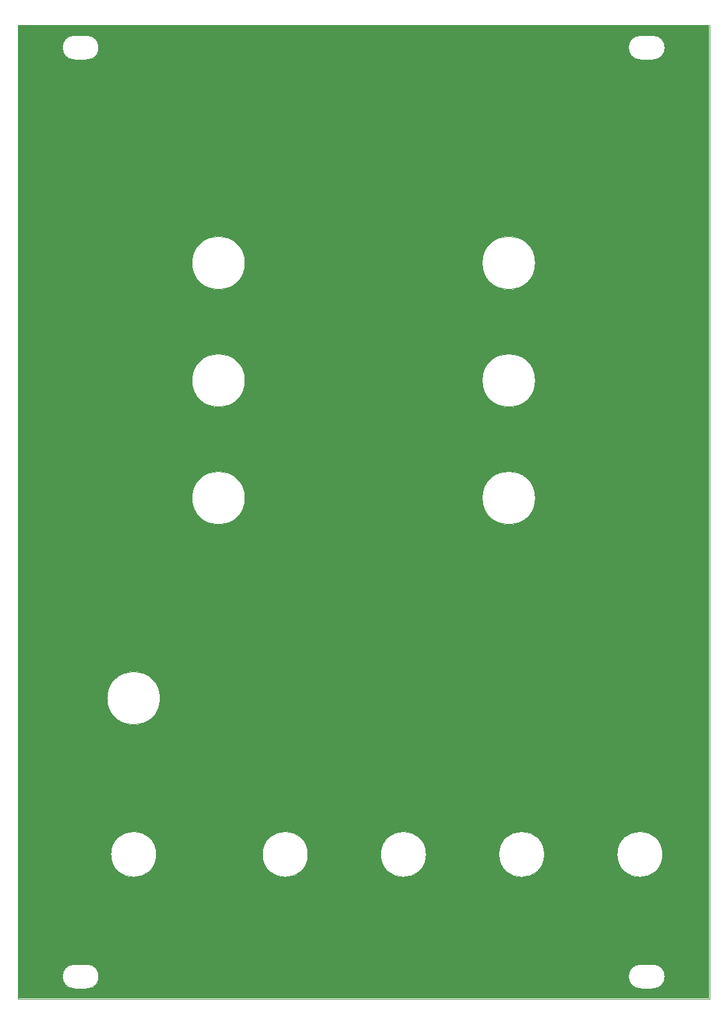
<source format=gbr>
%TF.GenerationSoftware,KiCad,Pcbnew,(6.0.1)*%
%TF.CreationDate,2022-08-28T22:10:02+02:00*%
%TF.ProjectId,pannel - copia (3),70616e6e-656c-4202-9d20-636f70696120,rev?*%
%TF.SameCoordinates,Original*%
%TF.FileFunction,Copper,L1,Top*%
%TF.FilePolarity,Positive*%
%FSLAX46Y46*%
G04 Gerber Fmt 4.6, Leading zero omitted, Abs format (unit mm)*
G04 Created by KiCad (PCBNEW (6.0.1)) date 2022-08-28 22:10:02*
%MOMM*%
%LPD*%
G01*
G04 APERTURE LIST*
%TA.AperFunction,Profile*%
%ADD10C,0.100000*%
%TD*%
G04 APERTURE END LIST*
D10*
X123800000Y-39600000D02*
G75*
G03*
X123800000Y-36400000I0J1600000D01*
G01*
X108300000Y-97400000D02*
G75*
G03*
X108300000Y-97400000I-3500000J0D01*
G01*
X93900000Y-144400000D02*
G75*
G03*
X93900000Y-144400000I-3000000J0D01*
G01*
X122200000Y-36400000D02*
G75*
G03*
X122200000Y-39600000I0J-1600000D01*
G01*
X122200000Y-158900000D02*
G75*
G03*
X122200000Y-162100000I0J-1600000D01*
G01*
X125100000Y-144400000D02*
G75*
G03*
X125100000Y-144400000I-3000000J0D01*
G01*
X58300000Y-144400000D02*
G75*
G03*
X58300000Y-144400000I-3000000J0D01*
G01*
X123800000Y-162100000D02*
G75*
G03*
X123800000Y-158900000I0J1600000D01*
G01*
X47500000Y-158900000D02*
X49100000Y-158900000D01*
X122200000Y-36400000D02*
X123800000Y-36400000D01*
X131300000Y-35000000D02*
X131300000Y-163500000D01*
X122200000Y-39600000D02*
X123800000Y-39600000D01*
X47500000Y-36400000D02*
G75*
G03*
X47500000Y-39600000I0J-1600000D01*
G01*
X70000000Y-81900000D02*
G75*
G03*
X70000000Y-81900000I-3500000J0D01*
G01*
X47500000Y-158900000D02*
G75*
G03*
X47500000Y-162100000I0J-1600000D01*
G01*
X109500000Y-144400000D02*
G75*
G03*
X109500000Y-144400000I-3000000J0D01*
G01*
X49100000Y-162100000D02*
G75*
G03*
X49100000Y-158900000I0J1600000D01*
G01*
X70000000Y-97400000D02*
G75*
G03*
X70000000Y-97400000I-3500000J0D01*
G01*
X122200000Y-162100000D02*
X123800000Y-162100000D01*
X108300000Y-66400000D02*
G75*
G03*
X108300000Y-66400000I-3500000J0D01*
G01*
X70000000Y-66400000D02*
G75*
G03*
X70000000Y-66400000I-3500000J0D01*
G01*
X123800000Y-158900000D02*
X122200000Y-158900000D01*
X40000000Y-163500000D02*
X40000000Y-35000000D01*
X47500000Y-36400000D02*
X49100000Y-36400000D01*
X131300000Y-163500000D02*
X40000000Y-163500000D01*
X78300000Y-144400000D02*
G75*
G03*
X78300000Y-144400000I-3000000J0D01*
G01*
X58800000Y-123800000D02*
G75*
G03*
X58800000Y-123800000I-3500000J0D01*
G01*
X47500000Y-39600000D02*
X49100000Y-39600000D01*
X47500000Y-162100000D02*
X49100000Y-162100000D01*
X108300000Y-81900000D02*
G75*
G03*
X108300000Y-81900000I-3500000J0D01*
G01*
X40000000Y-35000000D02*
X131300000Y-35000000D01*
X49100000Y-39600000D02*
G75*
G03*
X49100000Y-36400000I0J1600000D01*
G01*
%TA.AperFunction,NonConductor*%
G36*
X131157121Y-35105002D02*
G01*
X131203614Y-35158658D01*
X131215000Y-35211000D01*
X131215000Y-163289000D01*
X131194998Y-163357121D01*
X131141342Y-163403614D01*
X131089000Y-163415000D01*
X40211000Y-163415000D01*
X40142879Y-163394998D01*
X40096386Y-163341342D01*
X40085000Y-163289000D01*
X40085000Y-160620653D01*
X45890000Y-160620653D01*
X45890703Y-160625314D01*
X45925142Y-160853808D01*
X45925964Y-160859263D01*
X45997090Y-161089849D01*
X46101789Y-161307258D01*
X46104444Y-161311152D01*
X46104445Y-161311154D01*
X46235060Y-161502732D01*
X46235065Y-161502738D01*
X46237721Y-161506634D01*
X46401851Y-161683523D01*
X46405529Y-161686456D01*
X46405531Y-161686458D01*
X46586830Y-161831040D01*
X46586834Y-161831043D01*
X46590511Y-161833975D01*
X46594587Y-161836328D01*
X46594591Y-161836331D01*
X46700349Y-161897390D01*
X46799488Y-161954628D01*
X47024113Y-162042787D01*
X47028705Y-162043835D01*
X47028708Y-162043836D01*
X47230417Y-162089874D01*
X47259369Y-162096482D01*
X47264062Y-162096834D01*
X47264064Y-162096834D01*
X47358903Y-162103941D01*
X47500000Y-162114515D01*
X47500000Y-162111062D01*
X47510039Y-162110000D01*
X49086115Y-162110000D01*
X49100000Y-162111231D01*
X49100000Y-162114515D01*
X49256016Y-162102823D01*
X49335936Y-162096834D01*
X49335938Y-162096834D01*
X49340631Y-162096482D01*
X49369583Y-162089874D01*
X49571292Y-162043836D01*
X49571295Y-162043835D01*
X49575887Y-162042787D01*
X49800512Y-161954628D01*
X49899651Y-161897390D01*
X50005409Y-161836331D01*
X50005413Y-161836328D01*
X50009489Y-161833975D01*
X50013166Y-161831043D01*
X50013170Y-161831040D01*
X50194469Y-161686458D01*
X50194471Y-161686456D01*
X50198149Y-161683523D01*
X50362279Y-161506634D01*
X50364935Y-161502738D01*
X50364940Y-161502732D01*
X50495555Y-161311154D01*
X50495556Y-161311152D01*
X50498211Y-161307258D01*
X50602910Y-161089849D01*
X50674036Y-160859263D01*
X50674859Y-160853808D01*
X50709297Y-160625314D01*
X50710000Y-160620653D01*
X120590000Y-160620653D01*
X120590703Y-160625314D01*
X120625142Y-160853808D01*
X120625964Y-160859263D01*
X120697090Y-161089849D01*
X120801789Y-161307258D01*
X120804444Y-161311152D01*
X120804445Y-161311154D01*
X120935060Y-161502732D01*
X120935065Y-161502738D01*
X120937721Y-161506634D01*
X121101851Y-161683523D01*
X121105529Y-161686456D01*
X121105531Y-161686458D01*
X121286830Y-161831040D01*
X121286834Y-161831043D01*
X121290511Y-161833975D01*
X121294587Y-161836328D01*
X121294591Y-161836331D01*
X121400349Y-161897390D01*
X121499488Y-161954628D01*
X121724113Y-162042787D01*
X121728705Y-162043835D01*
X121728708Y-162043836D01*
X121930417Y-162089874D01*
X121959369Y-162096482D01*
X121964062Y-162096834D01*
X121964064Y-162096834D01*
X122058903Y-162103941D01*
X122200000Y-162114515D01*
X122200000Y-162111062D01*
X122210039Y-162110000D01*
X123786115Y-162110000D01*
X123800000Y-162111231D01*
X123800000Y-162114515D01*
X123956016Y-162102823D01*
X124035936Y-162096834D01*
X124035938Y-162096834D01*
X124040631Y-162096482D01*
X124069583Y-162089874D01*
X124271292Y-162043836D01*
X124271295Y-162043835D01*
X124275887Y-162042787D01*
X124500512Y-161954628D01*
X124599651Y-161897390D01*
X124705409Y-161836331D01*
X124705413Y-161836328D01*
X124709489Y-161833975D01*
X124713166Y-161831043D01*
X124713170Y-161831040D01*
X124894469Y-161686458D01*
X124894471Y-161686456D01*
X124898149Y-161683523D01*
X125062279Y-161506634D01*
X125064935Y-161502738D01*
X125064940Y-161502732D01*
X125195555Y-161311154D01*
X125195556Y-161311152D01*
X125198211Y-161307258D01*
X125302910Y-161089849D01*
X125374036Y-160859263D01*
X125374859Y-160853808D01*
X125409297Y-160625314D01*
X125410000Y-160620653D01*
X125410000Y-160379347D01*
X125390107Y-160247362D01*
X125374738Y-160145392D01*
X125374737Y-160145387D01*
X125374036Y-160140737D01*
X125302910Y-159910151D01*
X125198211Y-159692743D01*
X125062279Y-159493366D01*
X124898149Y-159316477D01*
X124734888Y-159186280D01*
X124713170Y-159168960D01*
X124713166Y-159168957D01*
X124709489Y-159166025D01*
X124705413Y-159163672D01*
X124705409Y-159163669D01*
X124599651Y-159102610D01*
X124500512Y-159045372D01*
X124275887Y-158957213D01*
X124271295Y-158956165D01*
X124271292Y-158956164D01*
X124045223Y-158904566D01*
X124045222Y-158904566D01*
X124040631Y-158903518D01*
X124035938Y-158903166D01*
X124035936Y-158903166D01*
X123941097Y-158896059D01*
X123800000Y-158885485D01*
X123800000Y-158888938D01*
X123789961Y-158890000D01*
X122213885Y-158890000D01*
X122200000Y-158888769D01*
X122200000Y-158885485D01*
X122043984Y-158897177D01*
X121964064Y-158903166D01*
X121964062Y-158903166D01*
X121959369Y-158903518D01*
X121954778Y-158904566D01*
X121954777Y-158904566D01*
X121728708Y-158956164D01*
X121728705Y-158956165D01*
X121724113Y-158957213D01*
X121499488Y-159045372D01*
X121400349Y-159102610D01*
X121294591Y-159163669D01*
X121294587Y-159163672D01*
X121290511Y-159166025D01*
X121286834Y-159168957D01*
X121286830Y-159168960D01*
X121265112Y-159186280D01*
X121101851Y-159316477D01*
X120937721Y-159493366D01*
X120801789Y-159692743D01*
X120697090Y-159910151D01*
X120625964Y-160140737D01*
X120625263Y-160145387D01*
X120625262Y-160145392D01*
X120609893Y-160247362D01*
X120590000Y-160379347D01*
X120590000Y-160620653D01*
X50710000Y-160620653D01*
X50710000Y-160379347D01*
X50690107Y-160247362D01*
X50674738Y-160145392D01*
X50674737Y-160145387D01*
X50674036Y-160140737D01*
X50602910Y-159910151D01*
X50498211Y-159692743D01*
X50362279Y-159493366D01*
X50198149Y-159316477D01*
X50034888Y-159186280D01*
X50013170Y-159168960D01*
X50013166Y-159168957D01*
X50009489Y-159166025D01*
X50005413Y-159163672D01*
X50005409Y-159163669D01*
X49899651Y-159102610D01*
X49800512Y-159045372D01*
X49575887Y-158957213D01*
X49571295Y-158956165D01*
X49571292Y-158956164D01*
X49345223Y-158904566D01*
X49345222Y-158904566D01*
X49340631Y-158903518D01*
X49335938Y-158903166D01*
X49335936Y-158903166D01*
X49241097Y-158896059D01*
X49100000Y-158885485D01*
X49100000Y-158888938D01*
X49089961Y-158890000D01*
X47513885Y-158890000D01*
X47500000Y-158888769D01*
X47500000Y-158885485D01*
X47343984Y-158897177D01*
X47264064Y-158903166D01*
X47264062Y-158903166D01*
X47259369Y-158903518D01*
X47254778Y-158904566D01*
X47254777Y-158904566D01*
X47028708Y-158956164D01*
X47028705Y-158956165D01*
X47024113Y-158957213D01*
X46799488Y-159045372D01*
X46700349Y-159102610D01*
X46594591Y-159163669D01*
X46594587Y-159163672D01*
X46590511Y-159166025D01*
X46586834Y-159168957D01*
X46586830Y-159168960D01*
X46565112Y-159186280D01*
X46401851Y-159316477D01*
X46237721Y-159493366D01*
X46101789Y-159692743D01*
X45997090Y-159910151D01*
X45925964Y-160140737D01*
X45925263Y-160145387D01*
X45925262Y-160145392D01*
X45909893Y-160247362D01*
X45890000Y-160379347D01*
X45890000Y-160620653D01*
X40085000Y-160620653D01*
X40085000Y-144305293D01*
X52286387Y-144305293D01*
X52286408Y-144306082D01*
X52295473Y-144652297D01*
X52344383Y-144995957D01*
X52432469Y-145331717D01*
X52558561Y-145655129D01*
X52720990Y-145961904D01*
X52723047Y-145964897D01*
X52915546Y-146244985D01*
X52915552Y-146244992D01*
X52917603Y-146247977D01*
X52919991Y-146250714D01*
X53106034Y-146463979D01*
X53145793Y-146509556D01*
X53402535Y-146743174D01*
X53405477Y-146745288D01*
X53681477Y-146943614D01*
X53681483Y-146943618D01*
X53684428Y-146945734D01*
X53987734Y-147114552D01*
X54308434Y-147247390D01*
X54311928Y-147248385D01*
X54311930Y-147248386D01*
X54638775Y-147341491D01*
X54638780Y-147341492D01*
X54642276Y-147342488D01*
X54832389Y-147373620D01*
X54981255Y-147397998D01*
X54981262Y-147397999D01*
X54984836Y-147398584D01*
X55158204Y-147406760D01*
X55327946Y-147414765D01*
X55327947Y-147414765D01*
X55331573Y-147414936D01*
X55339548Y-147414392D01*
X55674260Y-147391574D01*
X55674267Y-147391573D01*
X55677892Y-147391326D01*
X55681468Y-147390663D01*
X55681470Y-147390663D01*
X56015637Y-147328729D01*
X56015641Y-147328728D01*
X56019202Y-147328068D01*
X56350980Y-147226000D01*
X56404576Y-147202473D01*
X56665495Y-147087938D01*
X56665500Y-147087935D01*
X56668827Y-147086475D01*
X56968531Y-146911342D01*
X57189694Y-146745288D01*
X57243213Y-146705105D01*
X57243217Y-146705102D01*
X57246120Y-146702922D01*
X57497914Y-146463979D01*
X57720576Y-146197678D01*
X57730407Y-146182712D01*
X57909167Y-145910576D01*
X57909172Y-145910567D01*
X57911154Y-145907550D01*
X57989138Y-145752496D01*
X58065496Y-145600677D01*
X58065499Y-145600669D01*
X58067123Y-145597441D01*
X58164364Y-145331717D01*
X58185167Y-145274871D01*
X58185168Y-145274867D01*
X58186415Y-145271460D01*
X58187260Y-145267938D01*
X58187263Y-145267930D01*
X58266602Y-144937457D01*
X58266603Y-144937453D01*
X58267449Y-144933928D01*
X58267987Y-144929483D01*
X58308815Y-144592099D01*
X58308815Y-144592092D01*
X58309151Y-144589320D01*
X58315101Y-144400000D01*
X58309640Y-144305293D01*
X72286387Y-144305293D01*
X72286408Y-144306082D01*
X72295473Y-144652297D01*
X72344383Y-144995957D01*
X72432469Y-145331717D01*
X72558561Y-145655129D01*
X72720990Y-145961904D01*
X72723047Y-145964897D01*
X72915546Y-146244985D01*
X72915552Y-146244992D01*
X72917603Y-146247977D01*
X72919991Y-146250714D01*
X73106034Y-146463979D01*
X73145793Y-146509556D01*
X73402535Y-146743174D01*
X73405477Y-146745288D01*
X73681477Y-146943614D01*
X73681483Y-146943618D01*
X73684428Y-146945734D01*
X73987734Y-147114552D01*
X74308434Y-147247390D01*
X74311928Y-147248385D01*
X74311930Y-147248386D01*
X74638775Y-147341491D01*
X74638780Y-147341492D01*
X74642276Y-147342488D01*
X74832389Y-147373620D01*
X74981255Y-147397998D01*
X74981262Y-147397999D01*
X74984836Y-147398584D01*
X75158204Y-147406760D01*
X75327946Y-147414765D01*
X75327947Y-147414765D01*
X75331573Y-147414936D01*
X75339548Y-147414392D01*
X75674260Y-147391574D01*
X75674267Y-147391573D01*
X75677892Y-147391326D01*
X75681468Y-147390663D01*
X75681470Y-147390663D01*
X76015637Y-147328729D01*
X76015641Y-147328728D01*
X76019202Y-147328068D01*
X76350980Y-147226000D01*
X76404576Y-147202473D01*
X76665495Y-147087938D01*
X76665500Y-147087935D01*
X76668827Y-147086475D01*
X76968531Y-146911342D01*
X77189694Y-146745288D01*
X77243213Y-146705105D01*
X77243217Y-146705102D01*
X77246120Y-146702922D01*
X77497914Y-146463979D01*
X77720576Y-146197678D01*
X77730407Y-146182712D01*
X77909167Y-145910576D01*
X77909172Y-145910567D01*
X77911154Y-145907550D01*
X77989138Y-145752496D01*
X78065496Y-145600677D01*
X78065499Y-145600669D01*
X78067123Y-145597441D01*
X78164364Y-145331717D01*
X78185167Y-145274871D01*
X78185168Y-145274867D01*
X78186415Y-145271460D01*
X78187260Y-145267938D01*
X78187263Y-145267930D01*
X78266602Y-144937457D01*
X78266603Y-144937453D01*
X78267449Y-144933928D01*
X78267987Y-144929483D01*
X78308815Y-144592099D01*
X78308815Y-144592092D01*
X78309151Y-144589320D01*
X78315101Y-144400000D01*
X78309640Y-144305293D01*
X87886387Y-144305293D01*
X87886408Y-144306082D01*
X87895473Y-144652297D01*
X87944383Y-144995957D01*
X88032469Y-145331717D01*
X88158561Y-145655129D01*
X88320990Y-145961904D01*
X88323047Y-145964897D01*
X88515546Y-146244985D01*
X88515552Y-146244992D01*
X88517603Y-146247977D01*
X88519991Y-146250714D01*
X88706034Y-146463979D01*
X88745793Y-146509556D01*
X89002535Y-146743174D01*
X89005477Y-146745288D01*
X89281477Y-146943614D01*
X89281483Y-146943618D01*
X89284428Y-146945734D01*
X89587734Y-147114552D01*
X89908434Y-147247390D01*
X89911928Y-147248385D01*
X89911930Y-147248386D01*
X90238775Y-147341491D01*
X90238780Y-147341492D01*
X90242276Y-147342488D01*
X90432389Y-147373620D01*
X90581255Y-147397998D01*
X90581262Y-147397999D01*
X90584836Y-147398584D01*
X90758204Y-147406760D01*
X90927946Y-147414765D01*
X90927947Y-147414765D01*
X90931573Y-147414936D01*
X90939548Y-147414392D01*
X91274260Y-147391574D01*
X91274267Y-147391573D01*
X91277892Y-147391326D01*
X91281468Y-147390663D01*
X91281470Y-147390663D01*
X91615637Y-147328729D01*
X91615641Y-147328728D01*
X91619202Y-147328068D01*
X91950980Y-147226000D01*
X92004576Y-147202473D01*
X92265495Y-147087938D01*
X92265500Y-147087935D01*
X92268827Y-147086475D01*
X92568531Y-146911342D01*
X92789694Y-146745288D01*
X92843213Y-146705105D01*
X92843217Y-146705102D01*
X92846120Y-146702922D01*
X93097914Y-146463979D01*
X93320576Y-146197678D01*
X93330407Y-146182712D01*
X93509167Y-145910576D01*
X93509172Y-145910567D01*
X93511154Y-145907550D01*
X93589138Y-145752496D01*
X93665496Y-145600677D01*
X93665499Y-145600669D01*
X93667123Y-145597441D01*
X93764364Y-145331717D01*
X93785167Y-145274871D01*
X93785168Y-145274867D01*
X93786415Y-145271460D01*
X93787260Y-145267938D01*
X93787263Y-145267930D01*
X93866602Y-144937457D01*
X93866603Y-144937453D01*
X93867449Y-144933928D01*
X93867987Y-144929483D01*
X93908815Y-144592099D01*
X93908815Y-144592092D01*
X93909151Y-144589320D01*
X93915101Y-144400000D01*
X93909640Y-144305293D01*
X103486387Y-144305293D01*
X103486408Y-144306082D01*
X103495473Y-144652297D01*
X103544383Y-144995957D01*
X103632469Y-145331717D01*
X103758561Y-145655129D01*
X103920990Y-145961904D01*
X103923047Y-145964897D01*
X104115546Y-146244985D01*
X104115552Y-146244992D01*
X104117603Y-146247977D01*
X104119991Y-146250714D01*
X104306034Y-146463979D01*
X104345793Y-146509556D01*
X104602535Y-146743174D01*
X104605477Y-146745288D01*
X104881477Y-146943614D01*
X104881483Y-146943618D01*
X104884428Y-146945734D01*
X105187734Y-147114552D01*
X105508434Y-147247390D01*
X105511928Y-147248385D01*
X105511930Y-147248386D01*
X105838775Y-147341491D01*
X105838780Y-147341492D01*
X105842276Y-147342488D01*
X106032389Y-147373620D01*
X106181255Y-147397998D01*
X106181262Y-147397999D01*
X106184836Y-147398584D01*
X106358204Y-147406760D01*
X106527946Y-147414765D01*
X106527947Y-147414765D01*
X106531573Y-147414936D01*
X106539548Y-147414392D01*
X106874260Y-147391574D01*
X106874267Y-147391573D01*
X106877892Y-147391326D01*
X106881468Y-147390663D01*
X106881470Y-147390663D01*
X107215637Y-147328729D01*
X107215641Y-147328728D01*
X107219202Y-147328068D01*
X107550980Y-147226000D01*
X107604576Y-147202473D01*
X107865495Y-147087938D01*
X107865500Y-147087935D01*
X107868827Y-147086475D01*
X108168531Y-146911342D01*
X108389694Y-146745288D01*
X108443213Y-146705105D01*
X108443217Y-146705102D01*
X108446120Y-146702922D01*
X108697914Y-146463979D01*
X108920576Y-146197678D01*
X108930407Y-146182712D01*
X109109167Y-145910576D01*
X109109172Y-145910567D01*
X109111154Y-145907550D01*
X109189138Y-145752496D01*
X109265496Y-145600677D01*
X109265499Y-145600669D01*
X109267123Y-145597441D01*
X109364364Y-145331717D01*
X109385167Y-145274871D01*
X109385168Y-145274867D01*
X109386415Y-145271460D01*
X109387260Y-145267938D01*
X109387263Y-145267930D01*
X109466602Y-144937457D01*
X109466603Y-144937453D01*
X109467449Y-144933928D01*
X109467987Y-144929483D01*
X109508815Y-144592099D01*
X109508815Y-144592092D01*
X109509151Y-144589320D01*
X109515101Y-144400000D01*
X109509640Y-144305293D01*
X119086387Y-144305293D01*
X119086408Y-144306082D01*
X119095473Y-144652297D01*
X119144383Y-144995957D01*
X119232469Y-145331717D01*
X119358561Y-145655129D01*
X119520990Y-145961904D01*
X119523047Y-145964897D01*
X119715546Y-146244985D01*
X119715552Y-146244992D01*
X119717603Y-146247977D01*
X119719991Y-146250714D01*
X119906034Y-146463979D01*
X119945793Y-146509556D01*
X120202535Y-146743174D01*
X120205477Y-146745288D01*
X120481477Y-146943614D01*
X120481483Y-146943618D01*
X120484428Y-146945734D01*
X120787734Y-147114552D01*
X121108434Y-147247390D01*
X121111928Y-147248385D01*
X121111930Y-147248386D01*
X121438775Y-147341491D01*
X121438780Y-147341492D01*
X121442276Y-147342488D01*
X121632389Y-147373620D01*
X121781255Y-147397998D01*
X121781262Y-147397999D01*
X121784836Y-147398584D01*
X121958204Y-147406760D01*
X122127946Y-147414765D01*
X122127947Y-147414765D01*
X122131573Y-147414936D01*
X122139548Y-147414392D01*
X122474260Y-147391574D01*
X122474267Y-147391573D01*
X122477892Y-147391326D01*
X122481468Y-147390663D01*
X122481470Y-147390663D01*
X122815637Y-147328729D01*
X122815641Y-147328728D01*
X122819202Y-147328068D01*
X123150980Y-147226000D01*
X123204576Y-147202473D01*
X123465495Y-147087938D01*
X123465500Y-147087935D01*
X123468827Y-147086475D01*
X123768531Y-146911342D01*
X123989694Y-146745288D01*
X124043213Y-146705105D01*
X124043217Y-146705102D01*
X124046120Y-146702922D01*
X124297914Y-146463979D01*
X124520576Y-146197678D01*
X124530407Y-146182712D01*
X124709167Y-145910576D01*
X124709172Y-145910567D01*
X124711154Y-145907550D01*
X124789138Y-145752496D01*
X124865496Y-145600677D01*
X124865499Y-145600669D01*
X124867123Y-145597441D01*
X124964364Y-145331717D01*
X124985167Y-145274871D01*
X124985168Y-145274867D01*
X124986415Y-145271460D01*
X124987260Y-145267938D01*
X124987263Y-145267930D01*
X125066602Y-144937457D01*
X125066603Y-144937453D01*
X125067449Y-144933928D01*
X125067987Y-144929483D01*
X125108815Y-144592099D01*
X125108815Y-144592092D01*
X125109151Y-144589320D01*
X125115101Y-144400000D01*
X125109640Y-144305293D01*
X125095328Y-144057073D01*
X125095327Y-144057068D01*
X125095119Y-144053453D01*
X125078110Y-143955995D01*
X125036063Y-143715072D01*
X125036061Y-143715065D01*
X125035439Y-143711499D01*
X125009282Y-143623192D01*
X124978643Y-143519759D01*
X124936851Y-143378671D01*
X124800661Y-143059380D01*
X124754523Y-142978490D01*
X124630467Y-142760998D01*
X124628676Y-142757858D01*
X124568828Y-142676384D01*
X124425318Y-142481019D01*
X124425316Y-142481016D01*
X124423175Y-142478102D01*
X124186882Y-142223820D01*
X123922927Y-141998382D01*
X123634811Y-141804776D01*
X123326352Y-141645568D01*
X123001638Y-141522869D01*
X122998117Y-141521985D01*
X122998112Y-141521983D01*
X122836752Y-141481452D01*
X122664974Y-141438305D01*
X122640572Y-141435092D01*
X122324425Y-141393470D01*
X122324417Y-141393469D01*
X122320821Y-141392996D01*
X122177299Y-141390742D01*
X121977383Y-141387601D01*
X121977379Y-141387601D01*
X121973741Y-141387544D01*
X121970127Y-141387905D01*
X121970121Y-141387905D01*
X121726073Y-141412264D01*
X121628334Y-141422020D01*
X121289180Y-141495968D01*
X121285753Y-141497141D01*
X121285747Y-141497143D01*
X120964203Y-141607232D01*
X120964198Y-141607234D01*
X120960772Y-141608407D01*
X120957504Y-141609966D01*
X120957496Y-141609969D01*
X120834786Y-141668499D01*
X120647464Y-141757847D01*
X120353409Y-141942307D01*
X120350575Y-141944577D01*
X120350570Y-141944581D01*
X120258459Y-142018376D01*
X120082504Y-142159343D01*
X119838339Y-142406078D01*
X119624152Y-142679241D01*
X119442781Y-142975212D01*
X119296630Y-143290067D01*
X119295490Y-143293514D01*
X119268433Y-143375328D01*
X119187636Y-143619634D01*
X119186900Y-143623189D01*
X119186899Y-143623192D01*
X119169333Y-143708017D01*
X119117244Y-143959545D01*
X119086387Y-144305293D01*
X109509640Y-144305293D01*
X109495328Y-144057073D01*
X109495327Y-144057068D01*
X109495119Y-144053453D01*
X109478110Y-143955995D01*
X109436063Y-143715072D01*
X109436061Y-143715065D01*
X109435439Y-143711499D01*
X109409282Y-143623192D01*
X109378643Y-143519759D01*
X109336851Y-143378671D01*
X109200661Y-143059380D01*
X109154523Y-142978490D01*
X109030467Y-142760998D01*
X109028676Y-142757858D01*
X108968828Y-142676384D01*
X108825318Y-142481019D01*
X108825316Y-142481016D01*
X108823175Y-142478102D01*
X108586882Y-142223820D01*
X108322927Y-141998382D01*
X108034811Y-141804776D01*
X107726352Y-141645568D01*
X107401638Y-141522869D01*
X107398117Y-141521985D01*
X107398112Y-141521983D01*
X107236752Y-141481452D01*
X107064974Y-141438305D01*
X107040572Y-141435092D01*
X106724425Y-141393470D01*
X106724417Y-141393469D01*
X106720821Y-141392996D01*
X106577299Y-141390742D01*
X106377383Y-141387601D01*
X106377379Y-141387601D01*
X106373741Y-141387544D01*
X106370127Y-141387905D01*
X106370121Y-141387905D01*
X106126073Y-141412264D01*
X106028334Y-141422020D01*
X105689180Y-141495968D01*
X105685753Y-141497141D01*
X105685747Y-141497143D01*
X105364203Y-141607232D01*
X105364198Y-141607234D01*
X105360772Y-141608407D01*
X105357504Y-141609966D01*
X105357496Y-141609969D01*
X105234786Y-141668499D01*
X105047464Y-141757847D01*
X104753409Y-141942307D01*
X104750575Y-141944577D01*
X104750570Y-141944581D01*
X104658459Y-142018376D01*
X104482504Y-142159343D01*
X104238339Y-142406078D01*
X104024152Y-142679241D01*
X103842781Y-142975212D01*
X103696630Y-143290067D01*
X103695490Y-143293514D01*
X103668433Y-143375328D01*
X103587636Y-143619634D01*
X103586900Y-143623189D01*
X103586899Y-143623192D01*
X103569333Y-143708017D01*
X103517244Y-143959545D01*
X103486387Y-144305293D01*
X93909640Y-144305293D01*
X93895328Y-144057073D01*
X93895327Y-144057068D01*
X93895119Y-144053453D01*
X93878110Y-143955995D01*
X93836063Y-143715072D01*
X93836061Y-143715065D01*
X93835439Y-143711499D01*
X93809282Y-143623192D01*
X93778643Y-143519759D01*
X93736851Y-143378671D01*
X93600661Y-143059380D01*
X93554523Y-142978490D01*
X93430467Y-142760998D01*
X93428676Y-142757858D01*
X93368828Y-142676384D01*
X93225318Y-142481019D01*
X93225316Y-142481016D01*
X93223175Y-142478102D01*
X92986882Y-142223820D01*
X92722927Y-141998382D01*
X92434811Y-141804776D01*
X92126352Y-141645568D01*
X91801638Y-141522869D01*
X91798117Y-141521985D01*
X91798112Y-141521983D01*
X91636752Y-141481452D01*
X91464974Y-141438305D01*
X91440572Y-141435092D01*
X91124425Y-141393470D01*
X91124417Y-141393469D01*
X91120821Y-141392996D01*
X90977299Y-141390742D01*
X90777383Y-141387601D01*
X90777379Y-141387601D01*
X90773741Y-141387544D01*
X90770127Y-141387905D01*
X90770121Y-141387905D01*
X90526073Y-141412264D01*
X90428334Y-141422020D01*
X90089180Y-141495968D01*
X90085753Y-141497141D01*
X90085747Y-141497143D01*
X89764203Y-141607232D01*
X89764198Y-141607234D01*
X89760772Y-141608407D01*
X89757504Y-141609966D01*
X89757496Y-141609969D01*
X89634786Y-141668499D01*
X89447464Y-141757847D01*
X89153409Y-141942307D01*
X89150575Y-141944577D01*
X89150570Y-141944581D01*
X89058459Y-142018376D01*
X88882504Y-142159343D01*
X88638339Y-142406078D01*
X88424152Y-142679241D01*
X88242781Y-142975212D01*
X88096630Y-143290067D01*
X88095490Y-143293514D01*
X88068433Y-143375328D01*
X87987636Y-143619634D01*
X87986900Y-143623189D01*
X87986899Y-143623192D01*
X87969333Y-143708017D01*
X87917244Y-143959545D01*
X87886387Y-144305293D01*
X78309640Y-144305293D01*
X78295328Y-144057073D01*
X78295327Y-144057068D01*
X78295119Y-144053453D01*
X78278110Y-143955995D01*
X78236063Y-143715072D01*
X78236061Y-143715065D01*
X78235439Y-143711499D01*
X78209282Y-143623192D01*
X78178643Y-143519759D01*
X78136851Y-143378671D01*
X78000661Y-143059380D01*
X77954523Y-142978490D01*
X77830467Y-142760998D01*
X77828676Y-142757858D01*
X77768828Y-142676384D01*
X77625318Y-142481019D01*
X77625316Y-142481016D01*
X77623175Y-142478102D01*
X77386882Y-142223820D01*
X77122927Y-141998382D01*
X76834811Y-141804776D01*
X76526352Y-141645568D01*
X76201638Y-141522869D01*
X76198117Y-141521985D01*
X76198112Y-141521983D01*
X76036752Y-141481452D01*
X75864974Y-141438305D01*
X75840572Y-141435092D01*
X75524425Y-141393470D01*
X75524417Y-141393469D01*
X75520821Y-141392996D01*
X75377299Y-141390742D01*
X75177383Y-141387601D01*
X75177379Y-141387601D01*
X75173741Y-141387544D01*
X75170127Y-141387905D01*
X75170121Y-141387905D01*
X74926073Y-141412264D01*
X74828334Y-141422020D01*
X74489180Y-141495968D01*
X74485753Y-141497141D01*
X74485747Y-141497143D01*
X74164203Y-141607232D01*
X74164198Y-141607234D01*
X74160772Y-141608407D01*
X74157504Y-141609966D01*
X74157496Y-141609969D01*
X74034786Y-141668499D01*
X73847464Y-141757847D01*
X73553409Y-141942307D01*
X73550575Y-141944577D01*
X73550570Y-141944581D01*
X73458459Y-142018376D01*
X73282504Y-142159343D01*
X73038339Y-142406078D01*
X72824152Y-142679241D01*
X72642781Y-142975212D01*
X72496630Y-143290067D01*
X72495490Y-143293514D01*
X72468433Y-143375328D01*
X72387636Y-143619634D01*
X72386900Y-143623189D01*
X72386899Y-143623192D01*
X72369333Y-143708017D01*
X72317244Y-143959545D01*
X72286387Y-144305293D01*
X58309640Y-144305293D01*
X58295328Y-144057073D01*
X58295327Y-144057068D01*
X58295119Y-144053453D01*
X58278110Y-143955995D01*
X58236063Y-143715072D01*
X58236061Y-143715065D01*
X58235439Y-143711499D01*
X58209282Y-143623192D01*
X58178643Y-143519759D01*
X58136851Y-143378671D01*
X58000661Y-143059380D01*
X57954523Y-142978490D01*
X57830467Y-142760998D01*
X57828676Y-142757858D01*
X57768828Y-142676384D01*
X57625318Y-142481019D01*
X57625316Y-142481016D01*
X57623175Y-142478102D01*
X57386882Y-142223820D01*
X57122927Y-141998382D01*
X56834811Y-141804776D01*
X56526352Y-141645568D01*
X56201638Y-141522869D01*
X56198117Y-141521985D01*
X56198112Y-141521983D01*
X56036752Y-141481452D01*
X55864974Y-141438305D01*
X55840572Y-141435092D01*
X55524425Y-141393470D01*
X55524417Y-141393469D01*
X55520821Y-141392996D01*
X55377299Y-141390742D01*
X55177383Y-141387601D01*
X55177379Y-141387601D01*
X55173741Y-141387544D01*
X55170127Y-141387905D01*
X55170121Y-141387905D01*
X54926073Y-141412264D01*
X54828334Y-141422020D01*
X54489180Y-141495968D01*
X54485753Y-141497141D01*
X54485747Y-141497143D01*
X54164203Y-141607232D01*
X54164198Y-141607234D01*
X54160772Y-141608407D01*
X54157504Y-141609966D01*
X54157496Y-141609969D01*
X54034786Y-141668499D01*
X53847464Y-141757847D01*
X53553409Y-141942307D01*
X53550575Y-141944577D01*
X53550570Y-141944581D01*
X53458459Y-142018376D01*
X53282504Y-142159343D01*
X53038339Y-142406078D01*
X52824152Y-142679241D01*
X52642781Y-142975212D01*
X52496630Y-143290067D01*
X52495490Y-143293514D01*
X52468433Y-143375328D01*
X52387636Y-143619634D01*
X52386900Y-143623189D01*
X52386899Y-143623192D01*
X52369333Y-143708017D01*
X52317244Y-143959545D01*
X52286387Y-144305293D01*
X40085000Y-144305293D01*
X40085000Y-123800000D01*
X51785183Y-123800000D01*
X51804438Y-124167398D01*
X51804953Y-124170649D01*
X51861173Y-124525612D01*
X51861990Y-124530772D01*
X51957210Y-124886138D01*
X52089055Y-125229605D01*
X52090553Y-125232545D01*
X52249757Y-125545000D01*
X52256079Y-125557408D01*
X52456453Y-125865958D01*
X52687982Y-126151872D01*
X52948128Y-126412018D01*
X53234042Y-126643547D01*
X53380375Y-126738576D01*
X53539840Y-126842135D01*
X53539847Y-126842139D01*
X53542591Y-126843921D01*
X53545515Y-126845411D01*
X53545517Y-126845412D01*
X53867455Y-127009447D01*
X53870395Y-127010945D01*
X54213862Y-127142790D01*
X54569228Y-127238010D01*
X54572478Y-127238525D01*
X54572484Y-127238526D01*
X54776770Y-127270881D01*
X54932602Y-127295562D01*
X54935887Y-127295734D01*
X54935895Y-127295735D01*
X55296699Y-127314644D01*
X55300000Y-127314817D01*
X55303301Y-127314644D01*
X55664105Y-127295735D01*
X55664113Y-127295734D01*
X55667398Y-127295562D01*
X55823230Y-127270881D01*
X56027516Y-127238526D01*
X56027522Y-127238525D01*
X56030772Y-127238010D01*
X56386138Y-127142790D01*
X56729605Y-127010945D01*
X56732545Y-127009447D01*
X57054483Y-126845412D01*
X57054485Y-126845411D01*
X57057409Y-126843921D01*
X57060153Y-126842139D01*
X57060160Y-126842135D01*
X57219625Y-126738576D01*
X57365958Y-126643547D01*
X57651872Y-126412018D01*
X57912018Y-126151872D01*
X58143547Y-125865958D01*
X58343921Y-125557408D01*
X58350244Y-125545000D01*
X58509447Y-125232545D01*
X58510945Y-125229605D01*
X58642790Y-124886138D01*
X58738010Y-124530772D01*
X58738828Y-124525612D01*
X58795047Y-124170649D01*
X58795562Y-124167398D01*
X58814817Y-123800000D01*
X58795562Y-123432602D01*
X58781251Y-123342247D01*
X58738526Y-123072484D01*
X58738525Y-123072478D01*
X58738010Y-123069228D01*
X58642790Y-122713862D01*
X58510945Y-122370395D01*
X58509447Y-122367455D01*
X58345420Y-122045533D01*
X58345416Y-122045526D01*
X58343921Y-122042592D01*
X58143547Y-121734042D01*
X57912018Y-121448128D01*
X57651872Y-121187982D01*
X57365958Y-120956453D01*
X57060178Y-120757877D01*
X57060160Y-120757865D01*
X57060153Y-120757861D01*
X57057409Y-120756079D01*
X56774100Y-120611726D01*
X56732545Y-120590553D01*
X56729605Y-120589055D01*
X56386138Y-120457210D01*
X56030772Y-120361990D01*
X56027522Y-120361475D01*
X56027516Y-120361474D01*
X55757753Y-120318749D01*
X55667398Y-120304438D01*
X55664113Y-120304266D01*
X55664105Y-120304265D01*
X55303301Y-120285356D01*
X55300000Y-120285183D01*
X55296699Y-120285356D01*
X54935895Y-120304265D01*
X54935887Y-120304266D01*
X54932602Y-120304438D01*
X54842247Y-120318749D01*
X54572484Y-120361474D01*
X54572478Y-120361475D01*
X54569228Y-120361990D01*
X54213862Y-120457210D01*
X53870395Y-120589055D01*
X53867455Y-120590553D01*
X53545533Y-120754580D01*
X53545526Y-120754584D01*
X53542592Y-120756079D01*
X53234042Y-120956453D01*
X52948128Y-121187982D01*
X52687982Y-121448128D01*
X52456453Y-121734042D01*
X52256079Y-122042592D01*
X52254584Y-122045526D01*
X52254580Y-122045533D01*
X52090553Y-122367455D01*
X52089055Y-122370395D01*
X51957210Y-122713862D01*
X51861990Y-123069228D01*
X51861475Y-123072478D01*
X51861474Y-123072484D01*
X51818749Y-123342247D01*
X51804438Y-123432602D01*
X51785183Y-123800000D01*
X40085000Y-123800000D01*
X40085000Y-97400000D01*
X62985183Y-97400000D01*
X63004438Y-97767398D01*
X63004953Y-97770649D01*
X63061173Y-98125612D01*
X63061990Y-98130772D01*
X63157210Y-98486138D01*
X63289055Y-98829605D01*
X63290553Y-98832545D01*
X63449757Y-99145000D01*
X63456079Y-99157408D01*
X63656453Y-99465958D01*
X63887982Y-99751872D01*
X64148128Y-100012018D01*
X64434042Y-100243547D01*
X64580375Y-100338576D01*
X64739840Y-100442135D01*
X64739847Y-100442139D01*
X64742591Y-100443921D01*
X64745515Y-100445411D01*
X64745517Y-100445412D01*
X65067455Y-100609447D01*
X65070395Y-100610945D01*
X65413862Y-100742790D01*
X65769228Y-100838010D01*
X65772478Y-100838525D01*
X65772484Y-100838526D01*
X65976770Y-100870881D01*
X66132602Y-100895562D01*
X66135887Y-100895734D01*
X66135895Y-100895735D01*
X66496699Y-100914644D01*
X66500000Y-100914817D01*
X66503301Y-100914644D01*
X66864105Y-100895735D01*
X66864113Y-100895734D01*
X66867398Y-100895562D01*
X67023230Y-100870881D01*
X67227516Y-100838526D01*
X67227522Y-100838525D01*
X67230772Y-100838010D01*
X67586138Y-100742790D01*
X67929605Y-100610945D01*
X67932545Y-100609447D01*
X68254483Y-100445412D01*
X68254485Y-100445411D01*
X68257409Y-100443921D01*
X68260153Y-100442139D01*
X68260160Y-100442135D01*
X68419625Y-100338576D01*
X68565958Y-100243547D01*
X68851872Y-100012018D01*
X69112018Y-99751872D01*
X69343547Y-99465958D01*
X69543921Y-99157408D01*
X69550244Y-99145000D01*
X69709447Y-98832545D01*
X69710945Y-98829605D01*
X69842790Y-98486138D01*
X69938010Y-98130772D01*
X69938828Y-98125612D01*
X69995047Y-97770649D01*
X69995562Y-97767398D01*
X70014817Y-97400000D01*
X101285183Y-97400000D01*
X101304438Y-97767398D01*
X101304953Y-97770649D01*
X101361173Y-98125612D01*
X101361990Y-98130772D01*
X101457210Y-98486138D01*
X101589055Y-98829605D01*
X101590553Y-98832545D01*
X101749757Y-99145000D01*
X101756079Y-99157408D01*
X101956453Y-99465958D01*
X102187982Y-99751872D01*
X102448128Y-100012018D01*
X102734042Y-100243547D01*
X102880375Y-100338576D01*
X103039840Y-100442135D01*
X103039847Y-100442139D01*
X103042591Y-100443921D01*
X103045515Y-100445411D01*
X103045517Y-100445412D01*
X103367455Y-100609447D01*
X103370395Y-100610945D01*
X103713862Y-100742790D01*
X104069228Y-100838010D01*
X104072478Y-100838525D01*
X104072484Y-100838526D01*
X104276770Y-100870881D01*
X104432602Y-100895562D01*
X104435887Y-100895734D01*
X104435895Y-100895735D01*
X104796699Y-100914644D01*
X104800000Y-100914817D01*
X104803301Y-100914644D01*
X105164105Y-100895735D01*
X105164113Y-100895734D01*
X105167398Y-100895562D01*
X105323230Y-100870881D01*
X105527516Y-100838526D01*
X105527522Y-100838525D01*
X105530772Y-100838010D01*
X105886138Y-100742790D01*
X106229605Y-100610945D01*
X106232545Y-100609447D01*
X106554483Y-100445412D01*
X106554485Y-100445411D01*
X106557409Y-100443921D01*
X106560153Y-100442139D01*
X106560160Y-100442135D01*
X106719625Y-100338576D01*
X106865958Y-100243547D01*
X107151872Y-100012018D01*
X107412018Y-99751872D01*
X107643547Y-99465958D01*
X107843921Y-99157408D01*
X107850244Y-99145000D01*
X108009447Y-98832545D01*
X108010945Y-98829605D01*
X108142790Y-98486138D01*
X108238010Y-98130772D01*
X108238828Y-98125612D01*
X108295047Y-97770649D01*
X108295562Y-97767398D01*
X108314817Y-97400000D01*
X108295562Y-97032602D01*
X108281251Y-96942247D01*
X108238526Y-96672484D01*
X108238525Y-96672478D01*
X108238010Y-96669228D01*
X108142790Y-96313862D01*
X108010945Y-95970395D01*
X108009447Y-95967455D01*
X107845420Y-95645533D01*
X107845416Y-95645526D01*
X107843921Y-95642592D01*
X107643547Y-95334042D01*
X107412018Y-95048128D01*
X107151872Y-94787982D01*
X106865958Y-94556453D01*
X106560178Y-94357877D01*
X106560160Y-94357865D01*
X106560153Y-94357861D01*
X106557409Y-94356079D01*
X106274100Y-94211726D01*
X106232545Y-94190553D01*
X106229605Y-94189055D01*
X105886138Y-94057210D01*
X105530772Y-93961990D01*
X105527522Y-93961475D01*
X105527516Y-93961474D01*
X105257753Y-93918749D01*
X105167398Y-93904438D01*
X105164113Y-93904266D01*
X105164105Y-93904265D01*
X104803301Y-93885356D01*
X104800000Y-93885183D01*
X104796699Y-93885356D01*
X104435895Y-93904265D01*
X104435887Y-93904266D01*
X104432602Y-93904438D01*
X104342247Y-93918749D01*
X104072484Y-93961474D01*
X104072478Y-93961475D01*
X104069228Y-93961990D01*
X103713862Y-94057210D01*
X103370395Y-94189055D01*
X103367455Y-94190553D01*
X103045533Y-94354580D01*
X103045526Y-94354584D01*
X103042592Y-94356079D01*
X102734042Y-94556453D01*
X102448128Y-94787982D01*
X102187982Y-95048128D01*
X101956453Y-95334042D01*
X101756079Y-95642592D01*
X101754584Y-95645526D01*
X101754580Y-95645533D01*
X101590553Y-95967455D01*
X101589055Y-95970395D01*
X101457210Y-96313862D01*
X101361990Y-96669228D01*
X101361475Y-96672478D01*
X101361474Y-96672484D01*
X101318749Y-96942247D01*
X101304438Y-97032602D01*
X101285183Y-97400000D01*
X70014817Y-97400000D01*
X69995562Y-97032602D01*
X69981251Y-96942247D01*
X69938526Y-96672484D01*
X69938525Y-96672478D01*
X69938010Y-96669228D01*
X69842790Y-96313862D01*
X69710945Y-95970395D01*
X69709447Y-95967455D01*
X69545420Y-95645533D01*
X69545416Y-95645526D01*
X69543921Y-95642592D01*
X69343547Y-95334042D01*
X69112018Y-95048128D01*
X68851872Y-94787982D01*
X68565958Y-94556453D01*
X68260178Y-94357877D01*
X68260160Y-94357865D01*
X68260153Y-94357861D01*
X68257409Y-94356079D01*
X67974100Y-94211726D01*
X67932545Y-94190553D01*
X67929605Y-94189055D01*
X67586138Y-94057210D01*
X67230772Y-93961990D01*
X67227522Y-93961475D01*
X67227516Y-93961474D01*
X66957753Y-93918749D01*
X66867398Y-93904438D01*
X66864113Y-93904266D01*
X66864105Y-93904265D01*
X66503301Y-93885356D01*
X66500000Y-93885183D01*
X66496699Y-93885356D01*
X66135895Y-93904265D01*
X66135887Y-93904266D01*
X66132602Y-93904438D01*
X66042247Y-93918749D01*
X65772484Y-93961474D01*
X65772478Y-93961475D01*
X65769228Y-93961990D01*
X65413862Y-94057210D01*
X65070395Y-94189055D01*
X65067455Y-94190553D01*
X64745533Y-94354580D01*
X64745526Y-94354584D01*
X64742592Y-94356079D01*
X64434042Y-94556453D01*
X64148128Y-94787982D01*
X63887982Y-95048128D01*
X63656453Y-95334042D01*
X63456079Y-95642592D01*
X63454584Y-95645526D01*
X63454580Y-95645533D01*
X63290553Y-95967455D01*
X63289055Y-95970395D01*
X63157210Y-96313862D01*
X63061990Y-96669228D01*
X63061475Y-96672478D01*
X63061474Y-96672484D01*
X63018749Y-96942247D01*
X63004438Y-97032602D01*
X62985183Y-97400000D01*
X40085000Y-97400000D01*
X40085000Y-81900000D01*
X62985183Y-81900000D01*
X63004438Y-82267398D01*
X63004953Y-82270649D01*
X63061173Y-82625612D01*
X63061990Y-82630772D01*
X63157210Y-82986138D01*
X63289055Y-83329605D01*
X63290553Y-83332545D01*
X63449757Y-83645000D01*
X63456079Y-83657408D01*
X63656453Y-83965958D01*
X63887982Y-84251872D01*
X64148128Y-84512018D01*
X64434042Y-84743547D01*
X64580375Y-84838576D01*
X64739840Y-84942135D01*
X64739847Y-84942139D01*
X64742591Y-84943921D01*
X64745515Y-84945411D01*
X64745517Y-84945412D01*
X65067455Y-85109447D01*
X65070395Y-85110945D01*
X65413862Y-85242790D01*
X65769228Y-85338010D01*
X65772478Y-85338525D01*
X65772484Y-85338526D01*
X65976770Y-85370881D01*
X66132602Y-85395562D01*
X66135887Y-85395734D01*
X66135895Y-85395735D01*
X66496699Y-85414644D01*
X66500000Y-85414817D01*
X66503301Y-85414644D01*
X66864105Y-85395735D01*
X66864113Y-85395734D01*
X66867398Y-85395562D01*
X67023230Y-85370881D01*
X67227516Y-85338526D01*
X67227522Y-85338525D01*
X67230772Y-85338010D01*
X67586138Y-85242790D01*
X67929605Y-85110945D01*
X67932545Y-85109447D01*
X68254483Y-84945412D01*
X68254485Y-84945411D01*
X68257409Y-84943921D01*
X68260153Y-84942139D01*
X68260160Y-84942135D01*
X68419625Y-84838576D01*
X68565958Y-84743547D01*
X68851872Y-84512018D01*
X69112018Y-84251872D01*
X69343547Y-83965958D01*
X69543921Y-83657408D01*
X69550244Y-83645000D01*
X69709447Y-83332545D01*
X69710945Y-83329605D01*
X69842790Y-82986138D01*
X69938010Y-82630772D01*
X69938828Y-82625612D01*
X69995047Y-82270649D01*
X69995562Y-82267398D01*
X70014817Y-81900000D01*
X101285183Y-81900000D01*
X101304438Y-82267398D01*
X101304953Y-82270649D01*
X101361173Y-82625612D01*
X101361990Y-82630772D01*
X101457210Y-82986138D01*
X101589055Y-83329605D01*
X101590553Y-83332545D01*
X101749757Y-83645000D01*
X101756079Y-83657408D01*
X101956453Y-83965958D01*
X102187982Y-84251872D01*
X102448128Y-84512018D01*
X102734042Y-84743547D01*
X102880375Y-84838576D01*
X103039840Y-84942135D01*
X103039847Y-84942139D01*
X103042591Y-84943921D01*
X103045515Y-84945411D01*
X103045517Y-84945412D01*
X103367455Y-85109447D01*
X103370395Y-85110945D01*
X103713862Y-85242790D01*
X104069228Y-85338010D01*
X104072478Y-85338525D01*
X104072484Y-85338526D01*
X104276770Y-85370881D01*
X104432602Y-85395562D01*
X104435887Y-85395734D01*
X104435895Y-85395735D01*
X104796699Y-85414644D01*
X104800000Y-85414817D01*
X104803301Y-85414644D01*
X105164105Y-85395735D01*
X105164113Y-85395734D01*
X105167398Y-85395562D01*
X105323230Y-85370881D01*
X105527516Y-85338526D01*
X105527522Y-85338525D01*
X105530772Y-85338010D01*
X105886138Y-85242790D01*
X106229605Y-85110945D01*
X106232545Y-85109447D01*
X106554483Y-84945412D01*
X106554485Y-84945411D01*
X106557409Y-84943921D01*
X106560153Y-84942139D01*
X106560160Y-84942135D01*
X106719625Y-84838576D01*
X106865958Y-84743547D01*
X107151872Y-84512018D01*
X107412018Y-84251872D01*
X107643547Y-83965958D01*
X107843921Y-83657408D01*
X107850244Y-83645000D01*
X108009447Y-83332545D01*
X108010945Y-83329605D01*
X108142790Y-82986138D01*
X108238010Y-82630772D01*
X108238828Y-82625612D01*
X108295047Y-82270649D01*
X108295562Y-82267398D01*
X108314817Y-81900000D01*
X108295562Y-81532602D01*
X108281251Y-81442247D01*
X108238526Y-81172484D01*
X108238525Y-81172478D01*
X108238010Y-81169228D01*
X108142790Y-80813862D01*
X108010945Y-80470395D01*
X108009447Y-80467455D01*
X107845420Y-80145533D01*
X107845416Y-80145526D01*
X107843921Y-80142592D01*
X107643547Y-79834042D01*
X107412018Y-79548128D01*
X107151872Y-79287982D01*
X106865958Y-79056453D01*
X106560178Y-78857877D01*
X106560160Y-78857865D01*
X106560153Y-78857861D01*
X106557409Y-78856079D01*
X106274100Y-78711726D01*
X106232545Y-78690553D01*
X106229605Y-78689055D01*
X105886138Y-78557210D01*
X105530772Y-78461990D01*
X105527522Y-78461475D01*
X105527516Y-78461474D01*
X105257753Y-78418749D01*
X105167398Y-78404438D01*
X105164113Y-78404266D01*
X105164105Y-78404265D01*
X104803301Y-78385356D01*
X104800000Y-78385183D01*
X104796699Y-78385356D01*
X104435895Y-78404265D01*
X104435887Y-78404266D01*
X104432602Y-78404438D01*
X104342247Y-78418749D01*
X104072484Y-78461474D01*
X104072478Y-78461475D01*
X104069228Y-78461990D01*
X103713862Y-78557210D01*
X103370395Y-78689055D01*
X103367455Y-78690553D01*
X103045533Y-78854580D01*
X103045526Y-78854584D01*
X103042592Y-78856079D01*
X102734042Y-79056453D01*
X102448128Y-79287982D01*
X102187982Y-79548128D01*
X101956453Y-79834042D01*
X101756079Y-80142592D01*
X101754584Y-80145526D01*
X101754580Y-80145533D01*
X101590553Y-80467455D01*
X101589055Y-80470395D01*
X101457210Y-80813862D01*
X101361990Y-81169228D01*
X101361475Y-81172478D01*
X101361474Y-81172484D01*
X101318749Y-81442247D01*
X101304438Y-81532602D01*
X101285183Y-81900000D01*
X70014817Y-81900000D01*
X69995562Y-81532602D01*
X69981251Y-81442247D01*
X69938526Y-81172484D01*
X69938525Y-81172478D01*
X69938010Y-81169228D01*
X69842790Y-80813862D01*
X69710945Y-80470395D01*
X69709447Y-80467455D01*
X69545420Y-80145533D01*
X69545416Y-80145526D01*
X69543921Y-80142592D01*
X69343547Y-79834042D01*
X69112018Y-79548128D01*
X68851872Y-79287982D01*
X68565958Y-79056453D01*
X68260178Y-78857877D01*
X68260160Y-78857865D01*
X68260153Y-78857861D01*
X68257409Y-78856079D01*
X67974100Y-78711726D01*
X67932545Y-78690553D01*
X67929605Y-78689055D01*
X67586138Y-78557210D01*
X67230772Y-78461990D01*
X67227522Y-78461475D01*
X67227516Y-78461474D01*
X66957753Y-78418749D01*
X66867398Y-78404438D01*
X66864113Y-78404266D01*
X66864105Y-78404265D01*
X66503301Y-78385356D01*
X66500000Y-78385183D01*
X66496699Y-78385356D01*
X66135895Y-78404265D01*
X66135887Y-78404266D01*
X66132602Y-78404438D01*
X66042247Y-78418749D01*
X65772484Y-78461474D01*
X65772478Y-78461475D01*
X65769228Y-78461990D01*
X65413862Y-78557210D01*
X65070395Y-78689055D01*
X65067455Y-78690553D01*
X64745533Y-78854580D01*
X64745526Y-78854584D01*
X64742592Y-78856079D01*
X64434042Y-79056453D01*
X64148128Y-79287982D01*
X63887982Y-79548128D01*
X63656453Y-79834042D01*
X63456079Y-80142592D01*
X63454584Y-80145526D01*
X63454580Y-80145533D01*
X63290553Y-80467455D01*
X63289055Y-80470395D01*
X63157210Y-80813862D01*
X63061990Y-81169228D01*
X63061475Y-81172478D01*
X63061474Y-81172484D01*
X63018749Y-81442247D01*
X63004438Y-81532602D01*
X62985183Y-81900000D01*
X40085000Y-81900000D01*
X40085000Y-66400000D01*
X62985183Y-66400000D01*
X63004438Y-66767398D01*
X63004953Y-66770649D01*
X63061173Y-67125612D01*
X63061990Y-67130772D01*
X63157210Y-67486138D01*
X63289055Y-67829605D01*
X63290553Y-67832545D01*
X63449757Y-68145000D01*
X63456079Y-68157408D01*
X63656453Y-68465958D01*
X63887982Y-68751872D01*
X64148128Y-69012018D01*
X64434042Y-69243547D01*
X64580375Y-69338576D01*
X64739840Y-69442135D01*
X64739847Y-69442139D01*
X64742591Y-69443921D01*
X64745515Y-69445411D01*
X64745517Y-69445412D01*
X65067455Y-69609447D01*
X65070395Y-69610945D01*
X65413862Y-69742790D01*
X65769228Y-69838010D01*
X65772478Y-69838525D01*
X65772484Y-69838526D01*
X65976770Y-69870881D01*
X66132602Y-69895562D01*
X66135887Y-69895734D01*
X66135895Y-69895735D01*
X66496699Y-69914644D01*
X66500000Y-69914817D01*
X66503301Y-69914644D01*
X66864105Y-69895735D01*
X66864113Y-69895734D01*
X66867398Y-69895562D01*
X67023230Y-69870881D01*
X67227516Y-69838526D01*
X67227522Y-69838525D01*
X67230772Y-69838010D01*
X67586138Y-69742790D01*
X67929605Y-69610945D01*
X67932545Y-69609447D01*
X68254483Y-69445412D01*
X68254485Y-69445411D01*
X68257409Y-69443921D01*
X68260153Y-69442139D01*
X68260160Y-69442135D01*
X68419625Y-69338576D01*
X68565958Y-69243547D01*
X68851872Y-69012018D01*
X69112018Y-68751872D01*
X69343547Y-68465958D01*
X69543921Y-68157408D01*
X69550244Y-68145000D01*
X69709447Y-67832545D01*
X69710945Y-67829605D01*
X69842790Y-67486138D01*
X69938010Y-67130772D01*
X69938828Y-67125612D01*
X69995047Y-66770649D01*
X69995562Y-66767398D01*
X70014817Y-66400000D01*
X101285183Y-66400000D01*
X101304438Y-66767398D01*
X101304953Y-66770649D01*
X101361173Y-67125612D01*
X101361990Y-67130772D01*
X101457210Y-67486138D01*
X101589055Y-67829605D01*
X101590553Y-67832545D01*
X101749757Y-68145000D01*
X101756079Y-68157408D01*
X101956453Y-68465958D01*
X102187982Y-68751872D01*
X102448128Y-69012018D01*
X102734042Y-69243547D01*
X102880375Y-69338576D01*
X103039840Y-69442135D01*
X103039847Y-69442139D01*
X103042591Y-69443921D01*
X103045515Y-69445411D01*
X103045517Y-69445412D01*
X103367455Y-69609447D01*
X103370395Y-69610945D01*
X103713862Y-69742790D01*
X104069228Y-69838010D01*
X104072478Y-69838525D01*
X104072484Y-69838526D01*
X104276770Y-69870881D01*
X104432602Y-69895562D01*
X104435887Y-69895734D01*
X104435895Y-69895735D01*
X104796699Y-69914644D01*
X104800000Y-69914817D01*
X104803301Y-69914644D01*
X105164105Y-69895735D01*
X105164113Y-69895734D01*
X105167398Y-69895562D01*
X105323230Y-69870881D01*
X105527516Y-69838526D01*
X105527522Y-69838525D01*
X105530772Y-69838010D01*
X105886138Y-69742790D01*
X106229605Y-69610945D01*
X106232545Y-69609447D01*
X106554483Y-69445412D01*
X106554485Y-69445411D01*
X106557409Y-69443921D01*
X106560153Y-69442139D01*
X106560160Y-69442135D01*
X106719625Y-69338576D01*
X106865958Y-69243547D01*
X107151872Y-69012018D01*
X107412018Y-68751872D01*
X107643547Y-68465958D01*
X107843921Y-68157408D01*
X107850244Y-68145000D01*
X108009447Y-67832545D01*
X108010945Y-67829605D01*
X108142790Y-67486138D01*
X108238010Y-67130772D01*
X108238828Y-67125612D01*
X108295047Y-66770649D01*
X108295562Y-66767398D01*
X108314817Y-66400000D01*
X108295562Y-66032602D01*
X108281251Y-65942247D01*
X108238526Y-65672484D01*
X108238525Y-65672478D01*
X108238010Y-65669228D01*
X108142790Y-65313862D01*
X108010945Y-64970395D01*
X108009447Y-64967455D01*
X107845420Y-64645533D01*
X107845416Y-64645526D01*
X107843921Y-64642592D01*
X107643547Y-64334042D01*
X107412018Y-64048128D01*
X107151872Y-63787982D01*
X106865958Y-63556453D01*
X106560178Y-63357877D01*
X106560160Y-63357865D01*
X106560153Y-63357861D01*
X106557409Y-63356079D01*
X106274100Y-63211726D01*
X106232545Y-63190553D01*
X106229605Y-63189055D01*
X105886138Y-63057210D01*
X105530772Y-62961990D01*
X105527522Y-62961475D01*
X105527516Y-62961474D01*
X105257753Y-62918749D01*
X105167398Y-62904438D01*
X105164113Y-62904266D01*
X105164105Y-62904265D01*
X104803301Y-62885356D01*
X104800000Y-62885183D01*
X104796699Y-62885356D01*
X104435895Y-62904265D01*
X104435887Y-62904266D01*
X104432602Y-62904438D01*
X104342247Y-62918749D01*
X104072484Y-62961474D01*
X104072478Y-62961475D01*
X104069228Y-62961990D01*
X103713862Y-63057210D01*
X103370395Y-63189055D01*
X103367455Y-63190553D01*
X103045533Y-63354580D01*
X103045526Y-63354584D01*
X103042592Y-63356079D01*
X102734042Y-63556453D01*
X102448128Y-63787982D01*
X102187982Y-64048128D01*
X101956453Y-64334042D01*
X101756079Y-64642592D01*
X101754584Y-64645526D01*
X101754580Y-64645533D01*
X101590553Y-64967455D01*
X101589055Y-64970395D01*
X101457210Y-65313862D01*
X101361990Y-65669228D01*
X101361475Y-65672478D01*
X101361474Y-65672484D01*
X101318749Y-65942247D01*
X101304438Y-66032602D01*
X101285183Y-66400000D01*
X70014817Y-66400000D01*
X69995562Y-66032602D01*
X69981251Y-65942247D01*
X69938526Y-65672484D01*
X69938525Y-65672478D01*
X69938010Y-65669228D01*
X69842790Y-65313862D01*
X69710945Y-64970395D01*
X69709447Y-64967455D01*
X69545420Y-64645533D01*
X69545416Y-64645526D01*
X69543921Y-64642592D01*
X69343547Y-64334042D01*
X69112018Y-64048128D01*
X68851872Y-63787982D01*
X68565958Y-63556453D01*
X68260178Y-63357877D01*
X68260160Y-63357865D01*
X68260153Y-63357861D01*
X68257409Y-63356079D01*
X67974100Y-63211726D01*
X67932545Y-63190553D01*
X67929605Y-63189055D01*
X67586138Y-63057210D01*
X67230772Y-62961990D01*
X67227522Y-62961475D01*
X67227516Y-62961474D01*
X66957753Y-62918749D01*
X66867398Y-62904438D01*
X66864113Y-62904266D01*
X66864105Y-62904265D01*
X66503301Y-62885356D01*
X66500000Y-62885183D01*
X66496699Y-62885356D01*
X66135895Y-62904265D01*
X66135887Y-62904266D01*
X66132602Y-62904438D01*
X66042247Y-62918749D01*
X65772484Y-62961474D01*
X65772478Y-62961475D01*
X65769228Y-62961990D01*
X65413862Y-63057210D01*
X65070395Y-63189055D01*
X65067455Y-63190553D01*
X64745533Y-63354580D01*
X64745526Y-63354584D01*
X64742592Y-63356079D01*
X64434042Y-63556453D01*
X64148128Y-63787982D01*
X63887982Y-64048128D01*
X63656453Y-64334042D01*
X63456079Y-64642592D01*
X63454584Y-64645526D01*
X63454580Y-64645533D01*
X63290553Y-64967455D01*
X63289055Y-64970395D01*
X63157210Y-65313862D01*
X63061990Y-65669228D01*
X63061475Y-65672478D01*
X63061474Y-65672484D01*
X63018749Y-65942247D01*
X63004438Y-66032602D01*
X62985183Y-66400000D01*
X40085000Y-66400000D01*
X40085000Y-38120653D01*
X45890000Y-38120653D01*
X45890703Y-38125314D01*
X45925142Y-38353808D01*
X45925964Y-38359263D01*
X45997090Y-38589849D01*
X46101789Y-38807258D01*
X46104444Y-38811152D01*
X46104445Y-38811154D01*
X46235060Y-39002732D01*
X46235065Y-39002738D01*
X46237721Y-39006634D01*
X46401851Y-39183523D01*
X46405529Y-39186456D01*
X46405531Y-39186458D01*
X46586830Y-39331040D01*
X46586834Y-39331043D01*
X46590511Y-39333975D01*
X46594587Y-39336328D01*
X46594591Y-39336331D01*
X46700349Y-39397390D01*
X46799488Y-39454628D01*
X47024113Y-39542787D01*
X47028705Y-39543835D01*
X47028708Y-39543836D01*
X47230417Y-39589874D01*
X47259369Y-39596482D01*
X47264062Y-39596834D01*
X47264064Y-39596834D01*
X47358903Y-39603941D01*
X47500000Y-39614515D01*
X47500000Y-39611062D01*
X47510039Y-39610000D01*
X49086115Y-39610000D01*
X49100000Y-39611231D01*
X49100000Y-39614515D01*
X49256016Y-39602823D01*
X49335936Y-39596834D01*
X49335938Y-39596834D01*
X49340631Y-39596482D01*
X49369583Y-39589874D01*
X49571292Y-39543836D01*
X49571295Y-39543835D01*
X49575887Y-39542787D01*
X49800512Y-39454628D01*
X49899651Y-39397390D01*
X50005409Y-39336331D01*
X50005413Y-39336328D01*
X50009489Y-39333975D01*
X50013166Y-39331043D01*
X50013170Y-39331040D01*
X50194469Y-39186458D01*
X50194471Y-39186456D01*
X50198149Y-39183523D01*
X50362279Y-39006634D01*
X50364935Y-39002738D01*
X50364940Y-39002732D01*
X50495555Y-38811154D01*
X50495556Y-38811152D01*
X50498211Y-38807258D01*
X50602910Y-38589849D01*
X50674036Y-38359263D01*
X50674859Y-38353808D01*
X50709297Y-38125314D01*
X50710000Y-38120653D01*
X120590000Y-38120653D01*
X120590703Y-38125314D01*
X120625142Y-38353808D01*
X120625964Y-38359263D01*
X120697090Y-38589849D01*
X120801789Y-38807258D01*
X120804444Y-38811152D01*
X120804445Y-38811154D01*
X120935060Y-39002732D01*
X120935065Y-39002738D01*
X120937721Y-39006634D01*
X121101851Y-39183523D01*
X121105529Y-39186456D01*
X121105531Y-39186458D01*
X121286830Y-39331040D01*
X121286834Y-39331043D01*
X121290511Y-39333975D01*
X121294587Y-39336328D01*
X121294591Y-39336331D01*
X121400349Y-39397390D01*
X121499488Y-39454628D01*
X121724113Y-39542787D01*
X121728705Y-39543835D01*
X121728708Y-39543836D01*
X121930417Y-39589874D01*
X121959369Y-39596482D01*
X121964062Y-39596834D01*
X121964064Y-39596834D01*
X122058903Y-39603941D01*
X122200000Y-39614515D01*
X122200000Y-39611062D01*
X122210039Y-39610000D01*
X123786115Y-39610000D01*
X123800000Y-39611231D01*
X123800000Y-39614515D01*
X123956016Y-39602823D01*
X124035936Y-39596834D01*
X124035938Y-39596834D01*
X124040631Y-39596482D01*
X124069583Y-39589874D01*
X124271292Y-39543836D01*
X124271295Y-39543835D01*
X124275887Y-39542787D01*
X124500512Y-39454628D01*
X124599651Y-39397390D01*
X124705409Y-39336331D01*
X124705413Y-39336328D01*
X124709489Y-39333975D01*
X124713166Y-39331043D01*
X124713170Y-39331040D01*
X124894469Y-39186458D01*
X124894471Y-39186456D01*
X124898149Y-39183523D01*
X125062279Y-39006634D01*
X125064935Y-39002738D01*
X125064940Y-39002732D01*
X125195555Y-38811154D01*
X125195556Y-38811152D01*
X125198211Y-38807258D01*
X125302910Y-38589849D01*
X125374036Y-38359263D01*
X125374859Y-38353808D01*
X125409297Y-38125314D01*
X125410000Y-38120653D01*
X125410000Y-37879347D01*
X125390107Y-37747362D01*
X125374738Y-37645392D01*
X125374737Y-37645387D01*
X125374036Y-37640737D01*
X125302910Y-37410151D01*
X125198211Y-37192743D01*
X125062279Y-36993366D01*
X124898149Y-36816477D01*
X124734888Y-36686280D01*
X124713170Y-36668960D01*
X124713166Y-36668957D01*
X124709489Y-36666025D01*
X124705413Y-36663672D01*
X124705409Y-36663669D01*
X124599651Y-36602610D01*
X124500512Y-36545372D01*
X124275887Y-36457213D01*
X124271295Y-36456165D01*
X124271292Y-36456164D01*
X124045223Y-36404566D01*
X124045222Y-36404566D01*
X124040631Y-36403518D01*
X124035938Y-36403166D01*
X124035936Y-36403166D01*
X123941097Y-36396059D01*
X123800000Y-36385485D01*
X123800000Y-36388938D01*
X123789961Y-36390000D01*
X122213885Y-36390000D01*
X122200000Y-36388769D01*
X122200000Y-36385485D01*
X122043984Y-36397177D01*
X121964064Y-36403166D01*
X121964062Y-36403166D01*
X121959369Y-36403518D01*
X121954778Y-36404566D01*
X121954777Y-36404566D01*
X121728708Y-36456164D01*
X121728705Y-36456165D01*
X121724113Y-36457213D01*
X121499488Y-36545372D01*
X121400349Y-36602610D01*
X121294591Y-36663669D01*
X121294587Y-36663672D01*
X121290511Y-36666025D01*
X121286834Y-36668957D01*
X121286830Y-36668960D01*
X121265112Y-36686280D01*
X121101851Y-36816477D01*
X120937721Y-36993366D01*
X120801789Y-37192743D01*
X120697090Y-37410151D01*
X120625964Y-37640737D01*
X120625263Y-37645387D01*
X120625262Y-37645392D01*
X120609893Y-37747362D01*
X120590000Y-37879347D01*
X120590000Y-38120653D01*
X50710000Y-38120653D01*
X50710000Y-37879347D01*
X50690107Y-37747362D01*
X50674738Y-37645392D01*
X50674737Y-37645387D01*
X50674036Y-37640737D01*
X50602910Y-37410151D01*
X50498211Y-37192743D01*
X50362279Y-36993366D01*
X50198149Y-36816477D01*
X50034888Y-36686280D01*
X50013170Y-36668960D01*
X50013166Y-36668957D01*
X50009489Y-36666025D01*
X50005413Y-36663672D01*
X50005409Y-36663669D01*
X49899651Y-36602610D01*
X49800512Y-36545372D01*
X49575887Y-36457213D01*
X49571295Y-36456165D01*
X49571292Y-36456164D01*
X49345223Y-36404566D01*
X49345222Y-36404566D01*
X49340631Y-36403518D01*
X49335938Y-36403166D01*
X49335936Y-36403166D01*
X49241097Y-36396059D01*
X49100000Y-36385485D01*
X49100000Y-36388938D01*
X49089961Y-36390000D01*
X47513885Y-36390000D01*
X47500000Y-36388769D01*
X47500000Y-36385485D01*
X47343984Y-36397177D01*
X47264064Y-36403166D01*
X47264062Y-36403166D01*
X47259369Y-36403518D01*
X47254778Y-36404566D01*
X47254777Y-36404566D01*
X47028708Y-36456164D01*
X47028705Y-36456165D01*
X47024113Y-36457213D01*
X46799488Y-36545372D01*
X46700349Y-36602610D01*
X46594591Y-36663669D01*
X46594587Y-36663672D01*
X46590511Y-36666025D01*
X46586834Y-36668957D01*
X46586830Y-36668960D01*
X46565112Y-36686280D01*
X46401851Y-36816477D01*
X46237721Y-36993366D01*
X46101789Y-37192743D01*
X45997090Y-37410151D01*
X45925964Y-37640737D01*
X45925263Y-37645387D01*
X45925262Y-37645392D01*
X45909893Y-37747362D01*
X45890000Y-37879347D01*
X45890000Y-38120653D01*
X40085000Y-38120653D01*
X40085000Y-35211000D01*
X40105002Y-35142879D01*
X40158658Y-35096386D01*
X40211000Y-35085000D01*
X131089000Y-35085000D01*
X131157121Y-35105002D01*
G37*
%TD.AperFunction*%
M02*

</source>
